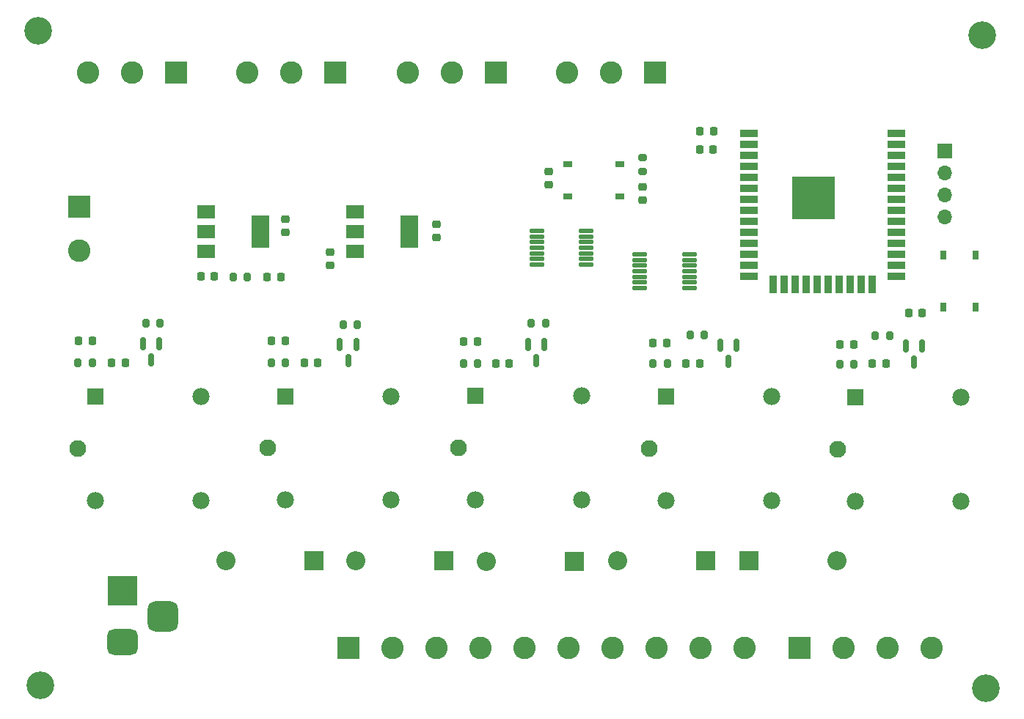
<source format=gbr>
%TF.GenerationSoftware,KiCad,Pcbnew,(6.0.0)*%
%TF.CreationDate,2022-03-25T10:46:11+03:00*%
%TF.ProjectId,LaundryPCB,4c61756e-6472-4795-9043-422e6b696361,rev?*%
%TF.SameCoordinates,Original*%
%TF.FileFunction,Soldermask,Top*%
%TF.FilePolarity,Negative*%
%FSLAX46Y46*%
G04 Gerber Fmt 4.6, Leading zero omitted, Abs format (unit mm)*
G04 Created by KiCad (PCBNEW (6.0.0)) date 2022-03-25 10:46:11*
%MOMM*%
%LPD*%
G01*
G04 APERTURE LIST*
G04 Aperture macros list*
%AMRoundRect*
0 Rectangle with rounded corners*
0 $1 Rounding radius*
0 $2 $3 $4 $5 $6 $7 $8 $9 X,Y pos of 4 corners*
0 Add a 4 corners polygon primitive as box body*
4,1,4,$2,$3,$4,$5,$6,$7,$8,$9,$2,$3,0*
0 Add four circle primitives for the rounded corners*
1,1,$1+$1,$2,$3*
1,1,$1+$1,$4,$5*
1,1,$1+$1,$6,$7*
1,1,$1+$1,$8,$9*
0 Add four rect primitives between the rounded corners*
20,1,$1+$1,$2,$3,$4,$5,0*
20,1,$1+$1,$4,$5,$6,$7,0*
20,1,$1+$1,$6,$7,$8,$9,0*
20,1,$1+$1,$8,$9,$2,$3,0*%
G04 Aperture macros list end*
%ADD10RoundRect,0.218750X-0.218750X-0.256250X0.218750X-0.256250X0.218750X0.256250X-0.218750X0.256250X0*%
%ADD11RoundRect,0.200000X0.200000X0.275000X-0.200000X0.275000X-0.200000X-0.275000X0.200000X-0.275000X0*%
%ADD12R,1.980000X1.980000*%
%ADD13C,1.980000*%
%ADD14C,1.935000*%
%ADD15RoundRect,0.218750X0.218750X0.256250X-0.218750X0.256250X-0.218750X-0.256250X0.218750X-0.256250X0*%
%ADD16R,2.000000X1.500000*%
%ADD17R,2.000000X3.800000*%
%ADD18C,3.200000*%
%ADD19R,2.600000X2.600000*%
%ADD20C,2.600000*%
%ADD21RoundRect,0.225000X0.225000X0.250000X-0.225000X0.250000X-0.225000X-0.250000X0.225000X-0.250000X0*%
%ADD22RoundRect,0.200000X-0.200000X-0.275000X0.200000X-0.275000X0.200000X0.275000X-0.200000X0.275000X0*%
%ADD23R,2.200000X2.200000*%
%ADD24O,2.200000X2.200000*%
%ADD25RoundRect,0.150000X-0.150000X0.587500X-0.150000X-0.587500X0.150000X-0.587500X0.150000X0.587500X0*%
%ADD26R,1.000000X0.750000*%
%ADD27RoundRect,0.225000X-0.225000X-0.250000X0.225000X-0.250000X0.225000X0.250000X-0.225000X0.250000X0*%
%ADD28R,0.750000X1.000000*%
%ADD29R,2.000000X0.900000*%
%ADD30R,0.900000X2.000000*%
%ADD31R,5.000000X5.000000*%
%ADD32RoundRect,0.225000X-0.250000X0.225000X-0.250000X-0.225000X0.250000X-0.225000X0.250000X0.225000X0*%
%ADD33R,1.700000X1.700000*%
%ADD34O,1.700000X1.700000*%
%ADD35RoundRect,0.200000X-0.275000X0.200000X-0.275000X-0.200000X0.275000X-0.200000X0.275000X0.200000X0*%
%ADD36R,3.500000X3.500000*%
%ADD37RoundRect,0.750000X1.000000X-0.750000X1.000000X0.750000X-1.000000X0.750000X-1.000000X-0.750000X0*%
%ADD38RoundRect,0.875000X0.875000X-0.875000X0.875000X0.875000X-0.875000X0.875000X-0.875000X-0.875000X0*%
%ADD39RoundRect,0.020500X-0.764500X-0.184500X0.764500X-0.184500X0.764500X0.184500X-0.764500X0.184500X0*%
%ADD40RoundRect,0.225000X0.250000X-0.225000X0.250000X0.225000X-0.250000X0.225000X-0.250000X-0.225000X0*%
G04 APERTURE END LIST*
D10*
%TO.C,D14*%
X184610000Y-95682500D03*
X186185000Y-95682500D03*
%TD*%
D11*
%TO.C,R11*%
X165232500Y-92382500D03*
X163582500Y-92382500D03*
%TD*%
D12*
%TO.C,K4*%
X160830000Y-99472500D03*
D13*
X160830000Y-111472500D03*
D14*
X158830000Y-105472500D03*
D13*
X173030000Y-99472500D03*
X173030000Y-111472500D03*
%TD*%
D15*
%TO.C,D9*%
X160895000Y-93282500D03*
X159320000Y-93282500D03*
%TD*%
%TO.C,D5*%
X94552500Y-93052500D03*
X92977500Y-93052500D03*
%TD*%
D16*
%TO.C,U1*%
X124910000Y-78140000D03*
D17*
X131210000Y-80440000D03*
D16*
X124910000Y-80440000D03*
X124910000Y-82740000D03*
%TD*%
D12*
%TO.C,K3*%
X138830000Y-99402500D03*
D13*
X138830000Y-111402500D03*
D14*
X136830000Y-105402500D03*
D13*
X151030000Y-99402500D03*
X151030000Y-111402500D03*
%TD*%
D18*
%TO.C,REF\u002A\u002A*%
X88590000Y-132850000D03*
%TD*%
D19*
%TO.C,J3*%
X93080000Y-77555000D03*
D20*
X93080000Y-82635000D03*
%TD*%
D15*
%TO.C,D13*%
X182485000Y-93422500D03*
X180910000Y-93422500D03*
%TD*%
D10*
%TO.C,D6*%
X96787500Y-95592500D03*
X98362500Y-95592500D03*
%TD*%
D21*
%TO.C,C8*%
X166250000Y-70940000D03*
X164700000Y-70940000D03*
%TD*%
D19*
%TO.C,J9*%
X176190000Y-128525000D03*
D20*
X181270000Y-128525000D03*
X186350000Y-128525000D03*
X191430000Y-128525000D03*
%TD*%
D22*
%TO.C,R9*%
X145235000Y-91040000D03*
X146885000Y-91040000D03*
%TD*%
D11*
%TO.C,R13*%
X186622500Y-92482500D03*
X184972500Y-92482500D03*
%TD*%
D23*
%TO.C,D11*%
X135140000Y-118440000D03*
D24*
X124980000Y-118440000D03*
%TD*%
D11*
%TO.C,R10*%
X160932500Y-95682500D03*
X159282500Y-95682500D03*
%TD*%
D19*
%TO.C,J8*%
X124100000Y-128545000D03*
D20*
X129180000Y-128545000D03*
X134260000Y-128545000D03*
X139340000Y-128545000D03*
X144420000Y-128545000D03*
X149500000Y-128545000D03*
X154580000Y-128545000D03*
X159660000Y-128545000D03*
X164740000Y-128545000D03*
X169820000Y-128545000D03*
%TD*%
D25*
%TO.C,Q5*%
X190347500Y-93645000D03*
X188447500Y-93645000D03*
X189397500Y-95520000D03*
%TD*%
%TO.C,Q1*%
X125057500Y-93445000D03*
X123157500Y-93445000D03*
X124107500Y-95320000D03*
%TD*%
D26*
%TO.C,S1*%
X149457500Y-72595000D03*
X155457500Y-72595000D03*
X149457500Y-76345000D03*
X155457500Y-76345000D03*
%TD*%
D27*
%TO.C,C3*%
X107110000Y-85610000D03*
X108660000Y-85610000D03*
%TD*%
D25*
%TO.C,Q3*%
X146757500Y-93425000D03*
X144857500Y-93425000D03*
X145807500Y-95300000D03*
%TD*%
D23*
%TO.C,D12*%
X150240000Y-118540000D03*
D24*
X140080000Y-118540000D03*
%TD*%
D28*
%TO.C,S2*%
X196535000Y-83140000D03*
X196535000Y-89140000D03*
X192785000Y-83140000D03*
X192785000Y-89140000D03*
%TD*%
D15*
%TO.C,D4*%
X116347500Y-85640000D03*
X114772500Y-85640000D03*
%TD*%
D29*
%TO.C,U5*%
X170360000Y-69040000D03*
X170360000Y-70310000D03*
X170360000Y-71580000D03*
X170360000Y-72850000D03*
X170360000Y-74120000D03*
X170360000Y-75390000D03*
X170360000Y-76660000D03*
X170360000Y-77930000D03*
X170360000Y-79200000D03*
X170360000Y-80470000D03*
X170360000Y-81740000D03*
X170360000Y-83010000D03*
X170360000Y-84280000D03*
X170360000Y-85550000D03*
D30*
X173145000Y-86550000D03*
X174415000Y-86550000D03*
X175685000Y-86550000D03*
X176955000Y-86550000D03*
X178225000Y-86550000D03*
X179495000Y-86550000D03*
X180765000Y-86550000D03*
X182035000Y-86550000D03*
X183305000Y-86550000D03*
X184575000Y-86550000D03*
D29*
X187360000Y-85550000D03*
X187360000Y-84280000D03*
X187360000Y-83010000D03*
X187360000Y-81740000D03*
X187360000Y-80470000D03*
X187360000Y-79200000D03*
X187360000Y-77930000D03*
X187360000Y-76660000D03*
X187360000Y-75390000D03*
X187360000Y-74120000D03*
X187360000Y-72850000D03*
X187360000Y-71580000D03*
X187360000Y-70310000D03*
X187360000Y-69040000D03*
D31*
X177860000Y-76540000D03*
%TD*%
D19*
%TO.C,J6*%
X159545000Y-62040000D03*
D20*
X154465000Y-62040000D03*
X149385000Y-62040000D03*
%TD*%
D32*
%TO.C,C2*%
X134260000Y-79565000D03*
X134260000Y-81115000D03*
%TD*%
D25*
%TO.C,Q2*%
X102335000Y-93385000D03*
X100435000Y-93385000D03*
X101385000Y-95260000D03*
%TD*%
D10*
%TO.C,D8*%
X141120000Y-95632500D03*
X142695000Y-95632500D03*
%TD*%
D32*
%TO.C,C7*%
X147257500Y-73495000D03*
X147257500Y-75045000D03*
%TD*%
D33*
%TO.C,J2*%
X192960000Y-71140000D03*
D34*
X192960000Y-73680000D03*
X192960000Y-76220000D03*
X192960000Y-78760000D03*
%TD*%
D18*
%TO.C,REF\u002A\u002A*%
X197720000Y-133150000D03*
%TD*%
D21*
%TO.C,C9*%
X166270000Y-68855000D03*
X164720000Y-68855000D03*
%TD*%
D23*
%TO.C,D16*%
X120140000Y-118440000D03*
D24*
X109980000Y-118440000D03*
%TD*%
D12*
%TO.C,K5*%
X182620000Y-99582500D03*
D13*
X182620000Y-111582500D03*
D14*
X180620000Y-105582500D03*
D13*
X194820000Y-99582500D03*
X194820000Y-111582500D03*
%TD*%
D10*
%TO.C,D3*%
X119027500Y-95570000D03*
X120602500Y-95570000D03*
%TD*%
D22*
%TO.C,R3*%
X123535000Y-91140000D03*
X125185000Y-91140000D03*
%TD*%
D12*
%TO.C,K2*%
X94907500Y-99482500D03*
D13*
X94907500Y-111482500D03*
D14*
X92907500Y-105482500D03*
D13*
X107107500Y-99482500D03*
X107107500Y-111482500D03*
%TD*%
D35*
%TO.C,R7*%
X158057500Y-71845000D03*
X158057500Y-73495000D03*
%TD*%
D15*
%TO.C,D1*%
X116845000Y-93030000D03*
X115270000Y-93030000D03*
%TD*%
D27*
%TO.C,C5*%
X188785000Y-89840000D03*
X190335000Y-89840000D03*
%TD*%
D16*
%TO.C,U4*%
X107710000Y-78140000D03*
X107710000Y-80440000D03*
D17*
X114010000Y-80440000D03*
D16*
X107710000Y-82740000D03*
%TD*%
D23*
%TO.C,D15*%
X165340000Y-118440000D03*
D24*
X155180000Y-118440000D03*
%TD*%
D36*
%TO.C,J1*%
X98032500Y-121880000D03*
D37*
X98032500Y-127880000D03*
D38*
X102732500Y-124880000D03*
%TD*%
D22*
%TO.C,R6*%
X100735000Y-91040000D03*
X102385000Y-91040000D03*
%TD*%
%TO.C,R4*%
X110835000Y-85640000D03*
X112485000Y-85640000D03*
%TD*%
D18*
%TO.C,REF\u002A\u002A*%
X197300000Y-57750000D03*
%TD*%
D39*
%TO.C,U3*%
X145870000Y-80330000D03*
X145870000Y-80980000D03*
X145870000Y-81630000D03*
X145870000Y-82280000D03*
X145870000Y-82930000D03*
X145870000Y-83580000D03*
X145870000Y-84230000D03*
X151610000Y-84230000D03*
X151610000Y-83580000D03*
X151610000Y-82930000D03*
X151610000Y-82280000D03*
X151610000Y-81630000D03*
X151610000Y-80980000D03*
X151610000Y-80330000D03*
%TD*%
D11*
%TO.C,R1*%
X116882500Y-95570000D03*
X115232500Y-95570000D03*
%TD*%
%TO.C,R5*%
X94590000Y-95592500D03*
X92940000Y-95592500D03*
%TD*%
%TO.C,R12*%
X182502500Y-95782500D03*
X180852500Y-95782500D03*
%TD*%
D23*
%TO.C,D17*%
X170380000Y-118440000D03*
D24*
X180540000Y-118440000D03*
%TD*%
D39*
%TO.C,U2*%
X157730000Y-83040000D03*
X157730000Y-83690000D03*
X157730000Y-84340000D03*
X157730000Y-84990000D03*
X157730000Y-85640000D03*
X157730000Y-86290000D03*
X157730000Y-86940000D03*
X163470000Y-86940000D03*
X163470000Y-86290000D03*
X163470000Y-85640000D03*
X163470000Y-84990000D03*
X163470000Y-84340000D03*
X163470000Y-83690000D03*
X163470000Y-83040000D03*
%TD*%
D19*
%TO.C,J7*%
X141160000Y-62040000D03*
D20*
X136080000Y-62040000D03*
X131000000Y-62040000D03*
%TD*%
D19*
%TO.C,J4*%
X104245000Y-62040000D03*
D20*
X99165000Y-62040000D03*
X94085000Y-62040000D03*
%TD*%
D12*
%TO.C,K1*%
X116860000Y-99440000D03*
D13*
X116860000Y-111440000D03*
D14*
X114860000Y-105440000D03*
D13*
X129060000Y-99440000D03*
X129060000Y-111440000D03*
%TD*%
D11*
%TO.C,R8*%
X139072500Y-95632500D03*
X137422500Y-95632500D03*
%TD*%
D18*
%TO.C,REF\u002A\u002A*%
X88340000Y-57250000D03*
%TD*%
D15*
%TO.C,D7*%
X139035000Y-93092500D03*
X137460000Y-93092500D03*
%TD*%
D40*
%TO.C,C4*%
X116860000Y-80515000D03*
X116860000Y-78965000D03*
%TD*%
D32*
%TO.C,C1*%
X122060000Y-82765000D03*
X122060000Y-84315000D03*
%TD*%
D19*
%TO.C,J5*%
X122645000Y-62040000D03*
D20*
X117565000Y-62040000D03*
X112485000Y-62040000D03*
%TD*%
D25*
%TO.C,Q4*%
X168957500Y-93507500D03*
X167057500Y-93507500D03*
X168007500Y-95382500D03*
%TD*%
D32*
%TO.C,C6*%
X158057500Y-75220000D03*
X158057500Y-76770000D03*
%TD*%
D10*
%TO.C,D10*%
X163120000Y-95682500D03*
X164695000Y-95682500D03*
%TD*%
M02*

</source>
